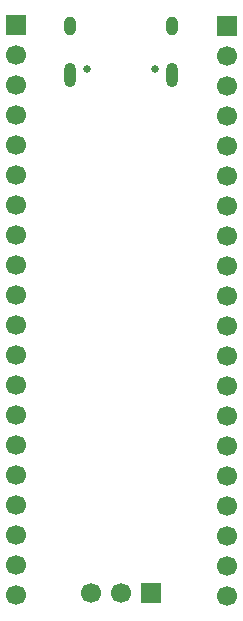
<source format=gbr>
%TF.GenerationSoftware,KiCad,Pcbnew,9.0.6*%
%TF.CreationDate,2026-01-06T13:19:56+05:30*%
%TF.ProjectId,Devboard,44657662-6f61-4726-942e-6b696361645f,rev?*%
%TF.SameCoordinates,Original*%
%TF.FileFunction,Soldermask,Bot*%
%TF.FilePolarity,Negative*%
%FSLAX46Y46*%
G04 Gerber Fmt 4.6, Leading zero omitted, Abs format (unit mm)*
G04 Created by KiCad (PCBNEW 9.0.6) date 2026-01-06 13:19:56*
%MOMM*%
%LPD*%
G01*
G04 APERTURE LIST*
%ADD10R,1.700000X1.700000*%
%ADD11C,1.700000*%
%ADD12C,0.650000*%
%ADD13O,1.000000X2.100000*%
%ADD14O,1.000000X1.600000*%
G04 APERTURE END LIST*
D10*
%TO.C,J4*%
X68780000Y-70200000D03*
D11*
X66240000Y-70200000D03*
X63700000Y-70200000D03*
%TD*%
D12*
%TO.C,J1*%
X69140000Y-25850000D03*
X63360000Y-25850000D03*
D13*
X70570000Y-26380000D03*
D14*
X70570000Y-22200000D03*
D13*
X61930000Y-26380000D03*
D14*
X61930000Y-22200000D03*
%TD*%
D10*
%TO.C,J2*%
X57360000Y-22120000D03*
D11*
X57360000Y-24660000D03*
X57360000Y-27200000D03*
X57360000Y-29740000D03*
X57360000Y-32280000D03*
X57360000Y-34820000D03*
X57360000Y-37360000D03*
X57360000Y-39900000D03*
X57360000Y-42440000D03*
X57360000Y-44980000D03*
X57360000Y-47520000D03*
X57360000Y-50060000D03*
X57360000Y-52600000D03*
X57360000Y-55140000D03*
X57360000Y-57680000D03*
X57360000Y-60220000D03*
X57360000Y-62760000D03*
X57360000Y-65300000D03*
X57360000Y-67840000D03*
X57360000Y-70380000D03*
%TD*%
D10*
%TO.C,J3*%
X75250000Y-22210000D03*
D11*
X75250000Y-24750000D03*
X75250000Y-27290000D03*
X75250000Y-29830000D03*
X75250000Y-32370000D03*
X75250000Y-34910000D03*
X75250000Y-37450000D03*
X75250000Y-39990000D03*
X75250000Y-42530000D03*
X75250000Y-45070000D03*
X75250000Y-47610000D03*
X75250000Y-50150000D03*
X75250000Y-52690000D03*
X75250000Y-55230000D03*
X75250000Y-57770000D03*
X75250000Y-60310000D03*
X75250000Y-62850000D03*
X75250000Y-65390000D03*
X75250000Y-67930000D03*
X75250000Y-70470000D03*
%TD*%
M02*

</source>
